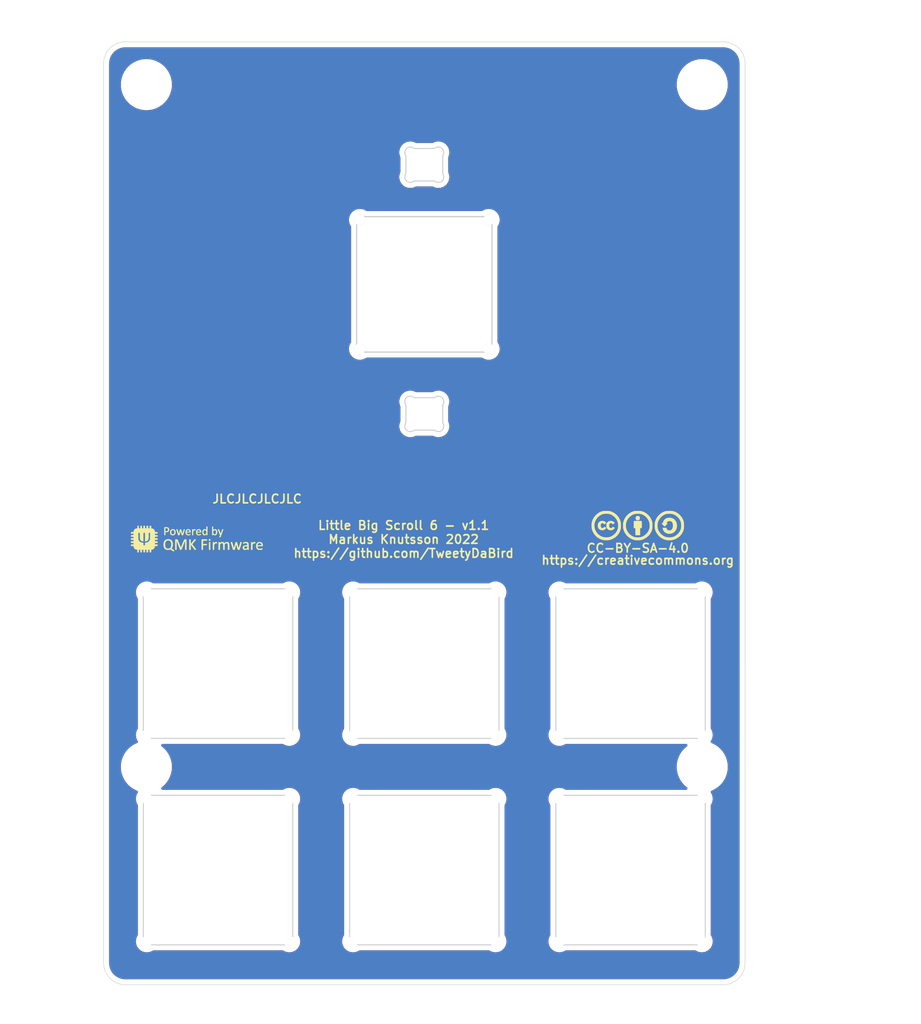
<source format=kicad_pcb>
(kicad_pcb (version 20211014) (generator pcbnew)
  (title_block (title "Little Big Scroll 6 - Front Plate") (date "2022-08-26") (rev "v1.1") (company "Tweety's Wild Thinking") (comment 1 "Markus Knutsson <markus.knutsson@tweety.se>") (comment 2 "https://github.com/TweetyDaBird") (comment 3 "Licensed under Creative Commons BY-SA 4.0 International "))
  (layers (0 "F.Cu" signal) (31 "B.Cu" signal) (34 "B.Paste" user) (35 "F.Paste" user) (36 "B.SilkS" user "B.Silkscreen") (37 "F.SilkS" user "F.Silkscreen") (38 "B.Mask" user) (39 "F.Mask" user) (44 "Edge.Cuts" user))
  (net 0 "")
  (footprint "Keyboard Switches & Encoders:SW_MX_Plate_Placeholder" (layer "F.Cu") (at 91.22 103.16)
    (fp_text reference "SW1" hide)
    (fp_text value "SW_MX_HS" hide)
    (fp_line (start 6.9 6.9) (end 6.9 -6.9) (layer "Edge.Cuts") (width 0.1))
    (fp_line (start 6.9 -6.9) (end -6.9 -6.9) (layer "Edge.Cuts") (width 0.1))
    (fp_line (start -6.9 -6.9) (end -6.9 6.9) (layer "Edge.Cuts") (width 0.1))
    (fp_line (start -6.9 6.9) (end 6.9 6.9) (layer "Edge.Cuts") (width 0.1))
    (pad "" np_thru_hole circle (at -6.5786 6.5786) (size 1 1) (drill 1) (layers *.Cu *.Mask))
    (pad "" np_thru_hole circle (at 6.5786 -6.5786) (size 1 1) (drill 1) (layers *.Cu *.Mask))
    (pad "" np_thru_hole circle (at -6.5786 -6.5786) (size 1 1) (drill 1) (layers *.Cu *.Mask))
    (pad "" np_thru_hole circle (at 6.5786 6.5786) (size 1 1) (drill 1) (layers *.Cu *.Mask))
  )
  (footprint "Keyboard Switches & Encoders:SW_MX_Plate_Placeholder" (layer "F.Cu") (at 110.27 103.16)
    (fp_text reference "SW2" hide)
    (fp_text value "SW_MX_HS" hide)
    (fp_line (start -6.9 -6.9) (end -6.9 6.9) (layer "Edge.Cuts") (width 0.1))
    (fp_line (start -6.9 6.9) (end 6.9 6.9) (layer "Edge.Cuts") (width 0.1))
    (fp_line (start 6.9 -6.9) (end -6.9 -6.9) (layer "Edge.Cuts") (width 0.1))
    (fp_line (start 6.9 6.9) (end 6.9 -6.9) (layer "Edge.Cuts") (width 0.1))
    (pad "" np_thru_hole circle (at 6.5786 -6.5786) (size 1 1) (drill 1) (layers *.Cu *.Mask))
    (pad "" np_thru_hole circle (at -6.5786 6.5786) (size 1 1) (drill 1) (layers *.Cu *.Mask))
    (pad "" np_thru_hole circle (at -6.5786 -6.5786) (size 1 1) (drill 1) (layers *.Cu *.Mask))
    (pad "" np_thru_hole circle (at 6.5786 6.5786) (size 1 1) (drill 1) (layers *.Cu *.Mask))
  )
  (footprint "Keyboard Switches & Encoders:SW_MX_Plate_Placeholder" (layer "F.Cu") (at 129.32 103.16)
    (fp_text reference "SW3" hide)
    (fp_text value "SW_MX_HS" hide)
    (fp_line (start 6.9 -6.9) (end -6.9 -6.9) (layer "Edge.Cuts") (width 0.1))
    (fp_line (start -6.9 6.9) (end 6.9 6.9) (layer "Edge.Cuts") (width 0.1))
    (fp_line (start 6.9 6.9) (end 6.9 -6.9) (layer "Edge.Cuts") (width 0.1))
    (fp_line (start -6.9 -6.9) (end -6.9 6.9) (layer "Edge.Cuts") (width 0.1))
    (pad "" np_thru_hole circle (at -6.5786 -6.5786) (size 1 1) (drill 1) (layers *.Cu *.Mask))
    (pad "" np_thru_hole circle (at 6.5786 6.5786) (size 1 1) (drill 1) (layers *.Cu *.Mask))
    (pad "" np_thru_hole circle (at -6.5786 6.5786) (size 1 1) (drill 1) (layers *.Cu *.Mask))
    (pad "" np_thru_hole circle (at 6.5786 -6.5786) (size 1 1) (drill 1) (layers *.Cu *.Mask))
  )
  (footprint "Keyboard Switches & Encoders:SW_MX_Plate_Placeholder" (layer "F.Cu") (at 91.22 122.21)
    (fp_text reference "SW4" hide)
    (fp_text value "SW_MX_HS" hide)
    (fp_line (start -6.9 -6.9) (end -6.9 6.9) (layer "Edge.Cuts") (width 0.1))
    (fp_line (start 6.9 -6.9) (end -6.9 -6.9) (layer "Edge.Cuts") (width 0.1))
    (fp_line (start 6.9 6.9) (end 6.9 -6.9) (layer "Edge.Cuts") (width 0.1))
    (fp_line (start -6.9 6.9) (end 6.9 6.9) (layer "Edge.Cuts") (width 0.1))
    (pad "" np_thru_hole circle (at -6.5786 -6.5786) (size 1 1) (drill 1) (layers *.Cu *.Mask))
    (pad "" np_thru_hole circle (at -6.5786 6.5786) (size 1 1) (drill 1) (layers *.Cu *.Mask))
    (pad "" np_thru_hole circle (at 6.5786 6.5786) (size 1 1) (drill 1) (layers *.Cu *.Mask))
    (pad "" np_thru_hole circle (at 6.5786 -6.5786) (size 1 1) (drill 1) (layers *.Cu *.Mask))
  )
  (footprint "Keyboard Switches & Encoders:SW_MX_Plate_Placeholder" (layer "F.Cu") (at 110.27 122.21)
    (fp_text reference "SW5" hide)
    (fp_text value "SW_MX_HS" hide)
    (fp_line (start -6.9 -6.9) (end -6.9 6.9) (layer "Edge.Cuts") (width 0.1))
    (fp_line (start -6.9 6.9) (end 6.9 6.9) (layer "Edge.Cuts") (width 0.1))
    (fp_line (start 6.9 -6.9) (end -6.9 -6.9) (layer "Edge.Cuts") (width 0.1))
    (fp_line (start 6.9 6.9) (end 6.9 -6.9) (layer "Edge.Cuts") (width 0.1))
    (pad "" np_thru_hole circle (at 6.5786 -6.5786) (size 1 1) (drill 1) (layers *.Cu *.Mask))
    (pad "" np_thru_hole circle (at -6.5786 6.5786) (size 1 1) (drill 1) (layers *.Cu *.Mask))
    (pad "" np_thru_hole circle (at -6.5786 -6.5786) (size 1 1) (drill 1) (layers *.Cu *.Mask))
    (pad "" np_thru_hole circle (at 6.5786 6.5786) (size 1 1) (drill 1) (layers *.Cu *.Mask))
  )
  (footprint "Keyboard Switches & Encoders:SW_MX_Plate_Placeholder" (layer "F.Cu") (at 129.32 122.21)
    (fp_text reference "SW6" hide)
    (fp_text value "SW_MX_HS" hide)
    (fp_line (start 6.9 6.9) (end 6.9 -6.9) (layer "Edge.Cuts") (width 0.1))
    (fp_line (start -6.9 -6.9) (end -6.9 6.9) (layer "Edge.Cuts") (width 0.1))
    (fp_line (start 6.9 -6.9) (end -6.9 -6.9) (layer "Edge.Cuts") (width 0.1))
    (fp_line (start -6.9 6.9) (end 6.9 6.9) (layer "Edge.Cuts") (width 0.1))
    (pad "" np_thru_hole circle (at 6.5786 6.5786) (size 1 1) (drill 1) (layers *.Cu *.Mask))
    (pad "" np_thru_hole circle (at 6.5786 -6.5786) (size 1 1) (drill 1) (layers *.Cu *.Mask))
    (pad "" np_thru_hole circle (at -6.5786 6.5786) (size 1 1) (drill 1) (layers *.Cu *.Mask))
    (pad "" np_thru_hole circle (at -6.5786 -6.5786) (size 1 1) (drill 1) (layers *.Cu *.Mask))
  )
  (footprint "Keyboard Switches & Encoders:Encoder_Plate_Placeholder" (layer "F.Cu") (at 110.27 68.16 90)
    (fp_text reference "ENC1" hide)
    (fp_text value "Rotary_Encoder_Click" hide)
    (fp_line (start 6.25 -6.25) (end 6.25 6.25) (layer "Edge.Cuts") (width 0.12))
    (fp_line (start 6.25 6.25) (end -6.25 6.25) (layer "Edge.Cuts") (width 0.12))
    (fp_line (start -6.25 -6.25) (end 6.25 -6.25) (layer "Edge.Cuts") (width 0.12))
    (fp_line (start -6.25 6.25) (end -6.25 -6.25) (layer "Edge.Cuts") (width 0.12))
    (pad "" np_thru_hole circle (at -5.95 -5.95 90) (size 1 1) (drill 1) (layers F&B.Cu *.Mask "B.SilkS"))
    (pad "" np_thru_hole circle (at 5.95 -5.95 90) (size 1 1) (drill 1) (layers F&B.Cu *.Mask "B.SilkS"))
    (pad "" np_thru_hole circle (at -5.95 5.95 90) (size 1 1) (drill 1) (layers F&B.Cu *.Mask "B.SilkS"))
    (pad "" np_thru_hole circle (at 5.95 5.95 90) (size 1 1) (drill 1) (layers F&B.Cu *.Mask "B.SilkS"))
  )
  (footprint "Keyboard Switches & Encoders:MINI_E_placeholder" (layer "F.Cu") (at 110.27 62.2 180)
    (fp_text reference "RGB8" hide)
    (fp_text value "SK6812MINI-E" hide)
    (fp_line (start -0.794452 3.58) (end 0.794453 3.58) (layer "Edge.Cuts") (width 0.1))
    (fp_line (start 1.699999 4.377157) (end 1.699999 5.782841) (layer "Edge.Cuts") (width 0.1))
    (fp_line (start 0.794452 6.579999) (end -0.794452 6.579999) (layer "Edge.Cuts") (width 0.1))
    (fp_line (start -1.699999 5.782841) (end -1.699999 4.377157) (layer "Edge.Cuts") (width 0.1))
    (fp_arc (start 1.749484 5.999718) (mid 1.638072 6.584034) (end 1.046711 6.648298) (layer "Edge.Cuts") (width 0.1))
    (fp_arc (start 0.794452 6.579999) (mid 0.925123 6.597376) (end 1.046711 6.648298) (layer "Edge.Cuts") (width 0.1))
    (fp_arc (start -0.794453 3.579999) (mid -0.925123 3.562622) (end -1.046711 3.5117) (layer "Edge.Cuts") (width 0.1))
    (fp_arc (start -1.699999 5.782842) (mid -1.712527 5.894067) (end -1.749484 5.999719) (layer "Edge.Cuts") (width 0.1))
    (fp_arc (start 1.699999 4.377156) (mid 1.712526 4.26593) (end 1.749484 4.160279) (layer "Edge.Cuts") (width 0.1))
    (fp_arc (start 1.046711 3.511701) (mid 0.925123 3.562623) (end 0.794453 3.58) (layer "Edge.Cuts") (width 0.1))
    (fp_arc (start -1.046711 6.648296) (mid -1.63807 6.584033) (end -1.749484 5.999719) (layer "Edge.Cuts") (width 0.1))
    (fp_arc (start 1.046711 3.511701) (mid 1.638071 3.575964) (end 1.749484 4.160279) (layer "Edge.Cuts") (width 0.1))
    (fp_arc (start 1.749484 5.999719) (mid 1.712511 5.89407) (end 1.699999 5.782841) (layer "Edge.Cuts") (width 0.1))
    (fp_arc (start -1.749484 4.160279) (mid -1.712527 4.265931) (end -1.699999 4.377157) (layer "Edge.Cuts") (width 0.1))
    (fp_arc (start -1.04671 6.648298) (mid -0.925122 6.597376) (end -0.794452 6.579999) (layer "Edge.Cuts") (width 0.1))
    (fp_arc (start -1.749484 4.160279) (mid -1.638071 3.575964) (end -1.046711 3.5117) (layer "Edge.Cuts") (width 0.1))
  )
  (footprint "Keyboard Switches & Encoders:MINI_E_placeholder" (layer "F.Cu") (at 110.27 85.195 180)
    (fp_text reference "RGB7" hide)
    (fp_text value "SK6812MINI-E" hide)
    (fp_line (start 1.699999 4.377157) (end 1.699999 5.782841) (layer "Edge.Cuts") (width 0.1))
    (fp_line (start -1.699999 5.782841) (end -1.699999 4.377157) (layer "Edge.Cuts") (width 0.1))
    (fp_line (start -0.794452 3.58) (end 0.794453 3.58) (layer "Edge.Cuts") (width 0.1))
    (fp_line (start 0.794452 6.579999) (end -0.794452 6.579999) (layer "Edge.Cuts") (width 0.1))
    (fp_arc (start 1.046711 3.511701) (mid 0.925123 3.562623) (end 0.794453 3.58) (layer "Edge.Cuts") (width 0.1))
    (fp_arc (start 1.046711 3.511701) (mid 1.638071 3.575964) (end 1.749484 4.160279) (layer "Edge.Cuts") (width 0.1))
    (fp_arc (start -1.749484 4.160279) (mid -1.638071 3.575964) (end -1.046711 3.5117) (layer "Edge.Cuts") (width 0.1))
    (fp_arc (start -1.699999 5.782842) (mid -1.712527 5.894067) (end -1.749484 5.999719) (layer "Edge.Cuts") (width 0.1))
    (fp_arc (start -1.749484 4.160279) (mid -1.712527 4.265931) (end -1.699999 4.377157) (layer "Edge.Cuts") (width 0.1))
    (fp_arc (start 1.749484 5.999718) (mid 1.638072 6.584034) (end 1.046711 6.648298) (layer "Edge.Cuts") (width 0.1))
    (fp_arc (start 1.749484 5.999719) (mid 1.712511 5.89407) (end 1.699999 5.782841) (layer "Edge.Cuts") (width 0.1))
    (fp_arc (start 0.794452 6.579999) (mid 0.925123 6.597376) (end 1.046711 6.648298) (layer "Edge.Cuts") (width 0.1))
    (fp_arc (start -0.794453 3.579999) (mid -0.925123 3.562622) (end -1.046711 3.5117) (layer "Edge.Cuts") (width 0.1))
    (fp_arc (start -1.04671 6.648298) (mid -0.925122 6.597376) (end -0.794452 6.579999) (layer "Edge.Cuts") (width 0.1))
    (fp_arc (start 1.699999 4.377156) (mid 1.712526 4.26593) (end 1.749484 4.160279) (layer "Edge.Cuts") (width 0.1))
    (fp_arc (start -1.046711 6.648296) (mid -1.63807 6.584033) (end -1.749484 5.999719) (layer "Edge.Cuts") (width 0.1))
  )
  (footprint "Keyboard Switches & Encoders:Spacer PCB hole" (layer "F.Cu") (at 84.6 112.685)
    (fp_text reference "H1" hide)
    (fp_text value "Spacer_PCB" hide)
    (pad "" np_thru_hole circle (at 0 0) (size 3.7 3.7) (drill 3.7) (layers *.Cu *.Mask))
  )
  (footprint "Keyboard Switches & Encoders:Spacer PCB hole" (layer "F.Cu") (at 135.94 112.685)
    (fp_text reference "H2" hide)
    (fp_text value "Spacer_PCB" hide)
    (pad "" np_thru_hole circle (at 0 0) (size 3.7 3.7) (drill 3.7) (layers *.Cu *.Mask))
  )
  (footprint "Keyboard Switches & Encoders:Spacer PCB hole" (layer "F.Cu") (at 135.94 49.73)
    (fp_text reference "H3" hide)
    (fp_text value "Spacer_PCB" hide)
    (pad "" np_thru_hole circle (at 0 0) (size 3.7 3.7) (drill 3.7) (layers *.Cu *.Mask))
  )
  (footprint "Keyboard Switches & Encoders:Spacer PCB hole" (layer "F.Cu") (at 84.6 49.73)
    (fp_text reference "H4" hide)
    (fp_text value "Spacer_PCB" hide)
    (pad "" np_thru_hole circle (at 0 0) (size 3.7 3.7) (drill 3.7) (layers *.Cu *.Mask))
  )
  (footprint "Logotypes:Powered_by_QMK" (layer "F.Cu") (at 89.29 91.65)
    (fp_text reference "Logo2" hide)
    (fp_text value "QMK_Logo" hide)
  )
  (footprint "Logotypes:CC_BY_SA_40" (layer "F.Cu") (at 130.026958 91.345945)
    (fp_text reference "Logo1" hide)
    (fp_text value "CC-BY-SA-4.0" (at -0.041555 1.16) (layer "F.SilkS") (effects (font (size 0.8 0.8))))
    (fp_text user "https://creativecommons.org" (at -0.041555 2.27) (layer "F.SilkS") (effects (font (size 0.8 0.8))))
  )
  (gr_arc (start 80.65 47.780399) (mid 81.235903 46.365903) (end 82.650399 45.78) (layer "Edge.Cuts") (width 0.05))
  (gr_arc (start 82.650399 132.790399) (mid 81.235903 132.204496) (end 80.65 130.79) (layer "Edge.Cuts") (width 0.05))
  (gr_arc (start 137.89 45.78) (mid 139.304496 46.365903) (end 139.890399 47.780399) (layer "Edge.Cuts") (width 0.05))
  (gr_line (start 139.890399 47.780399) (end 139.89 130.789601) (layer "Edge.Cuts") (width 0.05))
  (gr_line (start 82.650399 45.78) (end 137.89 45.78) (layer "Edge.Cuts") (width 0.05))
  (gr_line (start 80.65 130.79) (end 80.65 47.780399) (layer "Edge.Cuts") (width 0.05))
  (gr_arc (start 139.89 130.789601) (mid 139.304097 132.204097) (end 137.889601 132.79) (layer "Edge.Cuts") (width 0.05))
  (gr_line (start 137.889601 132.79) (end 82.650399 132.790399) (layer "Edge.Cuts") (width 0.05))
  (gr_text "Little Big Scroll 6 - v1.1\nMarkus Knutsson 2022\nhttps://github.com/TweetyDaBird" (at 108.361388 91.69) (layer "F.SilkS") (effects (font (size 0.8 0.8))))
  (gr_text "JLCJLCJLCJLC" (at 94.83 87.96) (layer "F.SilkS") (effects (font (size 0.8 0.8))))
  (zone (net 0) (net_name "") (layer "F.Cu") (connect_pads (clearance 0.508)) (min_thickness 0.254) (fill yes (thermal_gap 0.508) (thermal_bridge_width 0.508))
    (polygon (pts (xy 156.15 136.45) (xy 71.08 136.45) (xy 71.08 41.92) (xy 156.15 41.92)))
  )
  (zone (net 0) (net_name "") (layer "B.Cu") (connect_pads (clearance 0.508)) (min_thickness 0.254) (fill yes (thermal_gap 0.508) (thermal_bridge_width 0.508))
    (polygon (pts (xy 156.15 136.45) (xy 71.08 136.45) (xy 71.08 41.92) (xy 156.15 41.92)))
  )
)
</source>
